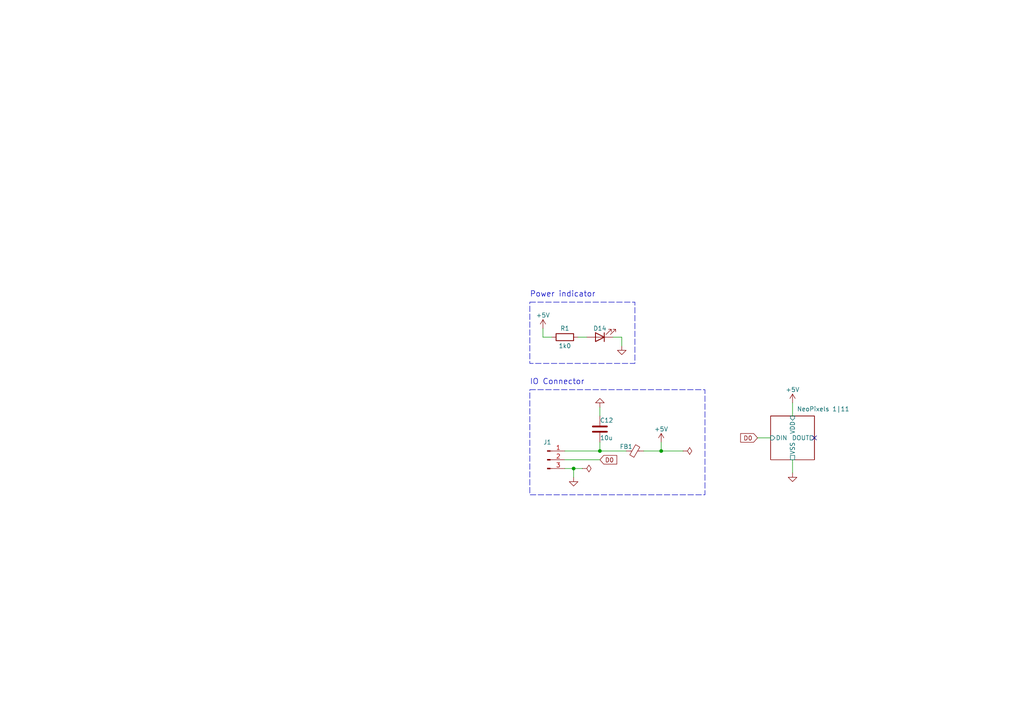
<source format=kicad_sch>
(kicad_sch (version 20230121) (generator eeschema)
  (paper "A4")
  (lib_symbols
    (symbol "Connector:Conn_01x03_Pin" (pin_names (offset 1.016) hide)
      (property "Reference" "J" (at 0 5.08 0))
      (property "Value" "Conn_01x03_Pin" (at 0 -5.08 0))
      (symbol "Conn_01x03_Pin_1_1"
        (polyline (pts (xy 1.27 -2.54) (xy 0.8636 -2.54)) (stroke (width 0.1524)))
        (polyline (pts (xy 1.27 0) (xy 0.8636 0)) (stroke (width 0.1524)))
        (polyline (pts (xy 1.27 2.54) (xy 0.8636 2.54)) (stroke (width 0.1524)))
        (rectangle (start 0.8636 -2.413) (end 0 -2.667) (stroke (width 0.1524)) (fill (type outline)))
        (rectangle (start 0.8636 0.127) (end 0 -0.127) (stroke (width 0.1524)) (fill (type outline)))
        (rectangle (start 0.8636 2.667) (end 0 2.413) (stroke (width 0.1524)) (fill (type outline)))
        (pin passive line (at 5.08 2.54 180) (length 3.81) (name "Pin_1") (number "1"))
        (pin passive line (at 5.08 0 180) (length 3.81) (name "Pin_2") (number "2"))
        (pin passive line (at 5.08 -2.54 180) (length 3.81) (name "Pin_3") (number "3"))
      )
    )
    (symbol "Device:C" (pin_numbers hide) (pin_names (offset 0.254))
      (property "Reference" "C" (at 0.635 2.54 0))
      (property "Value" "C" (at 0.635 -2.54 0))
      (symbol "C_0_1"
        (polyline (pts (xy -2.032 -0.762) (xy 2.032 -0.762)) (stroke (width 0.508)))
        (polyline (pts (xy -2.032 0.762) (xy 2.032 0.762)) (stroke (width 0.508)))
      )
      (symbol "C_1_1"
        (pin passive line (at 0 3.81 270) (length 2.794) (name "~") (number "1"))
        (pin passive line (at 0 -3.81 90) (length 2.794) (name "~") (number "2"))
      )
    )
    (symbol "Device:FerriteBead_Small" (pin_numbers hide) (pin_names (offset 0))
      (property "Reference" "FB" (at 1.905 1.27 0))
      (property "Value" "FerriteBead_Small" (at 1.905 -1.27 0))
      (symbol "FerriteBead_Small_0_1"
        (polyline (pts (xy 0 -1.27) (xy 0 -0.7874)))
        (polyline (pts (xy 0 0.889) (xy 0 1.2954)))
        (polyline (pts (xy -1.8288 0.2794) (xy -1.1176 1.4986) (xy 1.8288 -0.2032) (xy 1.1176 -1.4224) (xy -1.8288 0.2794)))
      )
      (symbol "FerriteBead_Small_1_1"
        (pin passive line (at 0 2.54 270) (length 1.27) (name "~") (number "1"))
        (pin passive line (at 0 -2.54 90) (length 1.27) (name "~") (number "2"))
      )
    )
    (symbol "Device:LED" (pin_numbers hide) (pin_names (offset 1.016) hide)
      (property "Reference" "D" (at 0 2.54 0))
      (property "Value" "LED" (at 0 -2.54 0))
      (symbol "LED_0_1"
        (polyline (pts (xy -1.27 -1.27) (xy -1.27 1.27)) (stroke (width 0.254)))
        (polyline (pts (xy -1.27 0) (xy 1.27 0)))
        (polyline (pts (xy 1.27 -1.27) (xy 1.27 1.27) (xy -1.27 0) (xy 1.27 -1.27)) (stroke (width 0.254)))
        (polyline (pts (xy -3.048 -0.762) (xy -4.572 -2.286) (xy -3.81 -2.286) (xy -4.572 -2.286) (xy -4.572 -1.524)))
        (polyline (pts (xy -1.778 -0.762) (xy -3.302 -2.286) (xy -2.54 -2.286) (xy -3.302 -2.286) (xy -3.302 -1.524)))
      )
      (symbol "LED_1_1"
        (pin passive line (at -3.81 0 0) (length 2.54) (name "K") (number "1"))
        (pin passive line (at 3.81 0 180) (length 2.54) (name "A") (number "2"))
      )
    )
    (symbol "Device:R" (pin_numbers hide) (pin_names (offset 0))
      (property "Reference" "R" (at 2.032 0 90))
      (property "Value" "R" (at 0 0 90))
      (symbol "R_0_1"
        (rectangle (start -1.016 -2.54) (end 1.016 2.54) (stroke (width 0.254)))
      )
      (symbol "R_1_1"
        (pin passive line (at 0 3.81 270) (length 1.27) (name "~") (number "1"))
        (pin passive line (at 0 -3.81 90) (length 1.27) (name "~") (number "2"))
      )
    )
    (symbol "power:+5V" (power) (pin_names (offset 0))
      (property "Value" "+5V" (at 0 3.556 0))
      (symbol "+5V_0_1"
        (polyline (pts (xy -0.762 1.27) (xy 0 2.54)))
        (polyline (pts (xy 0 0) (xy 0 2.54)))
        (polyline (pts (xy 0 2.54) (xy 0.762 1.27)))
      )
      (symbol "+5V_1_1"
        (pin power_in line (at 0 0 90) (length 0) hide (name "+5V") (number "1"))
      )
    )
    (symbol "power:GND" (power) (pin_names (offset 0))
      (property "Value" "GND" (at 0 -3.81 0))
      (symbol "GND_0_1"
        (polyline (pts (xy 0 0) (xy 0 -1.27) (xy 1.27 -1.27) (xy 0 -2.54) (xy -1.27 -1.27) (xy 0 -1.27)))
      )
      (symbol "GND_1_1"
        (pin power_in line (at 0 0 270) (length 0) hide (name "GND") (number "1"))
      )
    )
    (symbol "power:PWR_FLAG" (power) (pin_numbers hide) (pin_names (offset 0) hide)
      (property "Value" "PWR_FLAG" (at 0 3.81 0))
      (symbol "PWR_FLAG_0_0"
        (pin power_out line (at 0 0 90) (length 0) (name "pwr") (number "1"))
      )
      (symbol "PWR_FLAG_0_1"
        (polyline (pts (xy 0 0) (xy 0 1.27) (xy -1.016 1.905) (xy 0 2.54) (xy 1.016 1.905) (xy 0 1.27)))
      )
    )
  )
  (junction (at 191.77 130.81))
  (junction (at 173.99 130.81))
  (junction (at 166.37 135.89))
  (no_connect (at 236.22 127))
  (wire (pts (xy 180.34 97.79) (xy 180.34 100.33)))
  (wire (pts (xy 166.37 135.89) (xy 166.37 138.43)))
  (wire (pts (xy 163.83 130.81) (xy 173.99 130.81)))
  (wire (pts (xy 167.64 97.79) (xy 170.18 97.79)))
  (wire (pts (xy 173.99 118.11) (xy 173.99 120.65)))
  (wire (pts (xy 191.77 130.81) (xy 198.12 130.81)))
  (wire (pts (xy 163.83 133.35) (xy 173.99 133.35)))
  (wire (pts (xy 157.48 97.79) (xy 160.02 97.79)))
  (wire (pts (xy 177.8 97.79) (xy 180.34 97.79)))
  (wire (pts (xy 191.77 128.27) (xy 191.77 130.81)))
  (wire (pts (xy 166.37 135.89) (xy 168.91 135.89)))
  (wire (pts (xy 229.87 116.84) (xy 229.87 120.65)))
  (wire (pts (xy 157.48 95.25) (xy 157.48 97.79)))
  (wire (pts (xy 219.71 127) (xy 223.52 127)))
  (wire (pts (xy 173.99 128.27) (xy 173.99 130.81)))
  (wire (pts (xy 173.99 130.81) (xy 181.61 130.81)))
  (wire (pts (xy 163.83 135.89) (xy 166.37 135.89)))
  (wire (pts (xy 229.87 133.35) (xy 229.87 137.16)))
  (wire (pts (xy 186.69 130.81) (xy 191.77 130.81)))
  (rectangle (start 153.67 113.03) (end 204.47 143.51) (stroke (width 0) (type dash)))
  (rectangle (start 153.67 87.63) (end 184.15 105.41) (stroke (width 0) (type dash)))
  (text "Power indicator" (at 153.67 86.36 0) (effects (font (size 1.6 1.6)) (justify left bottom)))
  (text "IO Connector" (at 153.67 111.76 0) (effects (font (size 1.6 1.6)) (justify left bottom)))
  (global_label "D0" (shape input) (at 173.99 133.35 0) (property "Intersheetrefs" "${INTERSHEET_REFS}" (effects hide)))
  (global_label "D0" (shape input) (at 219.71 127 180) (property "Intersheetrefs" "${INTERSHEET_REFS}" (effects hide)))
  (symbol (lib_id "power:PWR_FLAG") (at 168.91 135.89 270) (unit 1)
    (property "Reference" "#FLG02" (effects hide))
    (property "Value" "PWR_FLAG" (effects hide))
  )
  (symbol (lib_id "power:+5V") (at 191.77 128.27 0) (unit 1)
    (property "Reference" "#PWR03" (effects hide))
    (property "Value" "+5V" (at 191.77 124.46 0))
  )
  (symbol (lib_id "power:PWR_FLAG") (at 198.12 130.81 270) (unit 1)
    (property "Reference" "#FLG01" (effects hide))
    (property "Value" "PWR_FLAG" (effects hide))
  )
  (symbol (lib_id "Device:LED") (at 173.99 97.79 180) (unit 1)
    (property "Reference" "D14" (at 173.99 95.25 0))
    (property "Value" "LED" (effects hide))
    (property "Footprint" "LED_SMD:LED_0402_1005Metric" (effects hide))
    (property "Datasheet" "https://datasheet.lcsc.com/lcsc/1912111437_MEIHUA-MHT136UBCT_C401112.pdf" (effects hide))
    (property "JLCPCB Part #" "C401112" (effects hide))
  )
  (symbol (lib_id "power:+5V") (at 157.48 95.25 0) (unit 1)
    (property "Reference" "#PWR07" (effects hide))
    (property "Value" "+5V" (at 157.48 91.44 0))
  )
  (symbol (lib_id "power:GND") (at 166.37 138.43 0) (unit 1)
    (property "Reference" "#PWR04" (effects hide))
    (property "Value" "GND" (effects hide))
  )
  (symbol (lib_id "power:GND") (at 173.99 118.11 180) (unit 1)
    (property "Reference" "#PWR05" (effects hide))
    (property "Value" "GND" (effects hide))
  )
  (symbol (lib_id "power:+5V") (at 229.87 116.84 0) (unit 1)
    (property "Reference" "#PWR01" (effects hide))
    (property "Value" "+5V" (at 229.87 113.03 0))
  )
  (symbol (lib_id "Device:R") (at 163.83 97.79 90) (unit 1)
    (property "Reference" "R1" (at 163.83 95.25 90))
    (property "Value" "1k0" (at 163.83 100.33 90))
    (property "Footprint" "Resistor_SMD:R_0603_1608Metric" (effects hide))
    (property "Datasheet" "https://datasheet.lcsc.com/lcsc/2206010130_UNI-ROYAL-Uniroyal-Elec-0603WAF1001T5E_C21190.pdf" (effects hide))
    (property "JLCPCB Part #" "C21190" (effects hide))
  )
  (symbol (lib_id "Device:C") (at 173.99 124.46 0) (unit 1)
    (property "Reference" "C12" (at 173.99 121.92 0) (effects (justify left)))
    (property "Value" "10u" (at 173.99 127 0) (effects (justify left)))
    (property "Footprint" "Capacitor_SMD:C_0805_2012Metric" (effects hide))
    (property "Datasheet" "https://datasheet.lcsc.com/lcsc/2202040330_YAGEO-CC0805ZKY5V5BB106_C2169262.pdf" (effects hide))
    (property "JLCPCB Part #" "C2169262" (effects hide))
  )
  (symbol (lib_id "Device:FerriteBead_Small") (at 184.15 130.81 90) (unit 1)
    (property "Reference" "FB1" (at 181.61 129.54 90))
    (property "Value" "FerriteBead_Small" (effects hide))
    (property "Footprint" "Inductor_SMD:L_0805_2012Metric" (effects hide))
    (property "Datasheet" "https://datasheet.lcsc.com/lcsc/1811111922_Sunlord-PZ2012U300-4R0TF_C111240.pdf" (effects hide))
    (property "JLCPCB Part #" "C111240" (effects hide))
  )
  (symbol (lib_id "power:GND") (at 229.87 137.16 0) (unit 1)
    (property "Reference" "#PWR02" (effects hide))
    (property "Value" "GND" (effects hide))
  )
  (symbol (lib_id "power:GND") (at 180.34 100.33 0) (unit 1)
    (property "Reference" "#PWR08" (effects hide))
    (property "Value" "GND" (effects hide))
  )
  (symbol (lib_id "Connector:Conn_01x03_Pin") (at 158.75 133.35 0) (unit 1)
    (property "Reference" "J1" (at 158.75 128.27 0))
    (property "Value" "Conn_01x03_Pin" (effects hide))
    (property "Footprint" "Connector_PinHeader_2.54mm:PinHeader_1x03_P2.54mm_Horizontal" (effects hide))
    (property "Datasheet" "https://datasheet.lcsc.com/lcsc/2305121147_XKB-Connectivity-X6511WR-03H-C60D30R1_C2883841.pdf" (effects hide))
    (property "JLCPCB Part #" "C2883841" (effects hide))
  )
  (sheet (at 223.52 120.65) (size 12.7 12.7) (stroke (width 0.1524))
    (property "Sheetname" "NeoPixels 1|11" (at 231.14 119.38 0) (effects (justify left bottom)))
    (property "Sheetfile" "neopixels_array.kicad_sch" (effects hide))
    (pin "VDD" input (at 229.87 120.65 90))
    (pin "DIN" input (at 223.52 127 180))
    (pin "VSS" passive (at 229.87 133.35 270))
    (pin "DOUT" output (at 236.22 127 0))
  )
)
</source>
